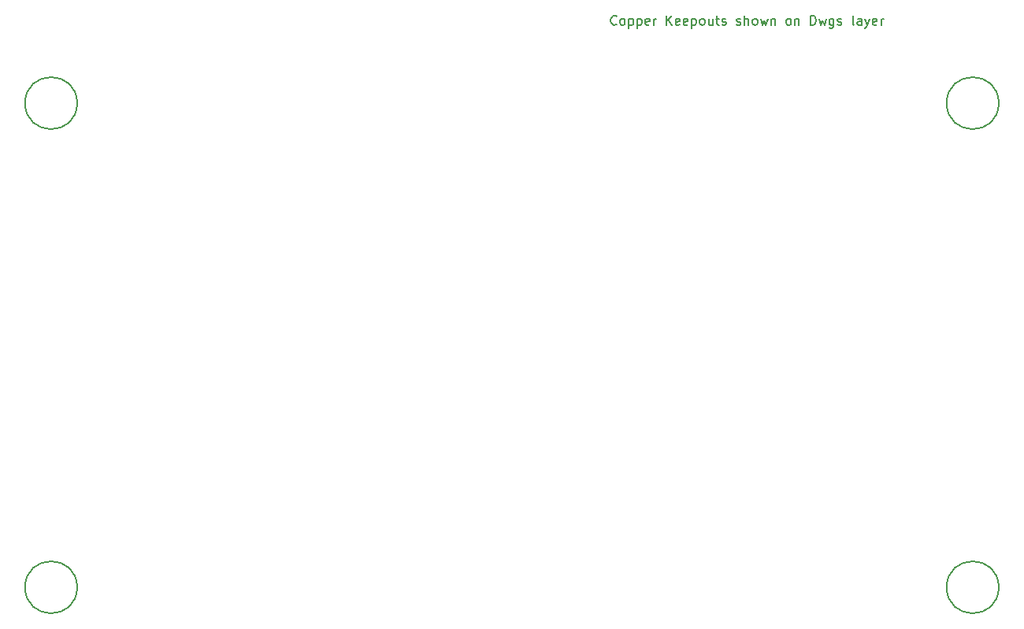
<source format=gbr>
%TF.GenerationSoftware,KiCad,Pcbnew,(6.0.11)*%
%TF.CreationDate,2023-03-20T13:43:10+01:00*%
%TF.ProjectId,Triggerbox_Deluxe,54726967-6765-4726-926f-785f44656c75,rev?*%
%TF.SameCoordinates,Original*%
%TF.FileFunction,Other,Comment*%
%FSLAX46Y46*%
G04 Gerber Fmt 4.6, Leading zero omitted, Abs format (unit mm)*
G04 Created by KiCad (PCBNEW (6.0.11)) date 2023-03-20 13:43:10*
%MOMM*%
%LPD*%
G01*
G04 APERTURE LIST*
%ADD10C,0.150000*%
G04 APERTURE END LIST*
D10*
%TO.C,U2*%
X104717999Y-63121142D02*
X104670380Y-63168761D01*
X104527523Y-63216380D01*
X104432285Y-63216380D01*
X104289428Y-63168761D01*
X104194190Y-63073523D01*
X104146571Y-62978285D01*
X104098952Y-62787809D01*
X104098952Y-62644952D01*
X104146571Y-62454476D01*
X104194190Y-62359238D01*
X104289428Y-62264000D01*
X104432285Y-62216380D01*
X104527523Y-62216380D01*
X104670380Y-62264000D01*
X104717999Y-62311619D01*
X105289428Y-63216380D02*
X105194190Y-63168761D01*
X105146571Y-63121142D01*
X105098952Y-63025904D01*
X105098952Y-62740190D01*
X105146571Y-62644952D01*
X105194190Y-62597333D01*
X105289428Y-62549714D01*
X105432285Y-62549714D01*
X105527523Y-62597333D01*
X105575142Y-62644952D01*
X105622761Y-62740190D01*
X105622761Y-63025904D01*
X105575142Y-63121142D01*
X105527523Y-63168761D01*
X105432285Y-63216380D01*
X105289428Y-63216380D01*
X106051333Y-62549714D02*
X106051333Y-63549714D01*
X106051333Y-62597333D02*
X106146571Y-62549714D01*
X106337047Y-62549714D01*
X106432285Y-62597333D01*
X106479904Y-62644952D01*
X106527523Y-62740190D01*
X106527523Y-63025904D01*
X106479904Y-63121142D01*
X106432285Y-63168761D01*
X106337047Y-63216380D01*
X106146571Y-63216380D01*
X106051333Y-63168761D01*
X106956095Y-62549714D02*
X106956095Y-63549714D01*
X106956095Y-62597333D02*
X107051333Y-62549714D01*
X107241809Y-62549714D01*
X107337047Y-62597333D01*
X107384666Y-62644952D01*
X107432285Y-62740190D01*
X107432285Y-63025904D01*
X107384666Y-63121142D01*
X107337047Y-63168761D01*
X107241809Y-63216380D01*
X107051333Y-63216380D01*
X106956095Y-63168761D01*
X108241809Y-63168761D02*
X108146571Y-63216380D01*
X107956095Y-63216380D01*
X107860857Y-63168761D01*
X107813238Y-63073523D01*
X107813238Y-62692571D01*
X107860857Y-62597333D01*
X107956095Y-62549714D01*
X108146571Y-62549714D01*
X108241809Y-62597333D01*
X108289428Y-62692571D01*
X108289428Y-62787809D01*
X107813238Y-62883047D01*
X108717999Y-63216380D02*
X108717999Y-62549714D01*
X108717999Y-62740190D02*
X108765619Y-62644952D01*
X108813238Y-62597333D01*
X108908476Y-62549714D01*
X109003714Y-62549714D01*
X110098952Y-63216380D02*
X110098952Y-62216380D01*
X110670380Y-63216380D02*
X110241809Y-62644952D01*
X110670380Y-62216380D02*
X110098952Y-62787809D01*
X111479904Y-63168761D02*
X111384666Y-63216380D01*
X111194190Y-63216380D01*
X111098952Y-63168761D01*
X111051333Y-63073523D01*
X111051333Y-62692571D01*
X111098952Y-62597333D01*
X111194190Y-62549714D01*
X111384666Y-62549714D01*
X111479904Y-62597333D01*
X111527523Y-62692571D01*
X111527523Y-62787809D01*
X111051333Y-62883047D01*
X112337047Y-63168761D02*
X112241809Y-63216380D01*
X112051333Y-63216380D01*
X111956095Y-63168761D01*
X111908476Y-63073523D01*
X111908476Y-62692571D01*
X111956095Y-62597333D01*
X112051333Y-62549714D01*
X112241809Y-62549714D01*
X112337047Y-62597333D01*
X112384666Y-62692571D01*
X112384666Y-62787809D01*
X111908476Y-62883047D01*
X112813238Y-62549714D02*
X112813238Y-63549714D01*
X112813238Y-62597333D02*
X112908476Y-62549714D01*
X113098952Y-62549714D01*
X113194190Y-62597333D01*
X113241809Y-62644952D01*
X113289428Y-62740190D01*
X113289428Y-63025904D01*
X113241809Y-63121142D01*
X113194190Y-63168761D01*
X113098952Y-63216380D01*
X112908476Y-63216380D01*
X112813238Y-63168761D01*
X113860857Y-63216380D02*
X113765619Y-63168761D01*
X113717999Y-63121142D01*
X113670380Y-63025904D01*
X113670380Y-62740190D01*
X113717999Y-62644952D01*
X113765619Y-62597333D01*
X113860857Y-62549714D01*
X114003714Y-62549714D01*
X114098952Y-62597333D01*
X114146571Y-62644952D01*
X114194190Y-62740190D01*
X114194190Y-63025904D01*
X114146571Y-63121142D01*
X114098952Y-63168761D01*
X114003714Y-63216380D01*
X113860857Y-63216380D01*
X115051333Y-62549714D02*
X115051333Y-63216380D01*
X114622761Y-62549714D02*
X114622761Y-63073523D01*
X114670380Y-63168761D01*
X114765619Y-63216380D01*
X114908476Y-63216380D01*
X115003714Y-63168761D01*
X115051333Y-63121142D01*
X115384666Y-62549714D02*
X115765619Y-62549714D01*
X115527523Y-62216380D02*
X115527523Y-63073523D01*
X115575142Y-63168761D01*
X115670380Y-63216380D01*
X115765619Y-63216380D01*
X116051333Y-63168761D02*
X116146571Y-63216380D01*
X116337047Y-63216380D01*
X116432285Y-63168761D01*
X116479904Y-63073523D01*
X116479904Y-63025904D01*
X116432285Y-62930666D01*
X116337047Y-62883047D01*
X116194190Y-62883047D01*
X116098952Y-62835428D01*
X116051333Y-62740190D01*
X116051333Y-62692571D01*
X116098952Y-62597333D01*
X116194190Y-62549714D01*
X116337047Y-62549714D01*
X116432285Y-62597333D01*
X117622761Y-63168761D02*
X117717999Y-63216380D01*
X117908476Y-63216380D01*
X118003714Y-63168761D01*
X118051333Y-63073523D01*
X118051333Y-63025904D01*
X118003714Y-62930666D01*
X117908476Y-62883047D01*
X117765619Y-62883047D01*
X117670380Y-62835428D01*
X117622761Y-62740190D01*
X117622761Y-62692571D01*
X117670380Y-62597333D01*
X117765619Y-62549714D01*
X117908476Y-62549714D01*
X118003714Y-62597333D01*
X118479904Y-63216380D02*
X118479904Y-62216380D01*
X118908476Y-63216380D02*
X118908476Y-62692571D01*
X118860857Y-62597333D01*
X118765619Y-62549714D01*
X118622761Y-62549714D01*
X118527523Y-62597333D01*
X118479904Y-62644952D01*
X119527523Y-63216380D02*
X119432285Y-63168761D01*
X119384666Y-63121142D01*
X119337047Y-63025904D01*
X119337047Y-62740190D01*
X119384666Y-62644952D01*
X119432285Y-62597333D01*
X119527523Y-62549714D01*
X119670380Y-62549714D01*
X119765619Y-62597333D01*
X119813238Y-62644952D01*
X119860857Y-62740190D01*
X119860857Y-63025904D01*
X119813238Y-63121142D01*
X119765619Y-63168761D01*
X119670380Y-63216380D01*
X119527523Y-63216380D01*
X120194190Y-62549714D02*
X120384666Y-63216380D01*
X120575142Y-62740190D01*
X120765619Y-63216380D01*
X120956095Y-62549714D01*
X121337047Y-62549714D02*
X121337047Y-63216380D01*
X121337047Y-62644952D02*
X121384666Y-62597333D01*
X121479904Y-62549714D01*
X121622761Y-62549714D01*
X121717999Y-62597333D01*
X121765619Y-62692571D01*
X121765619Y-63216380D01*
X123146571Y-63216380D02*
X123051333Y-63168761D01*
X123003714Y-63121142D01*
X122956095Y-63025904D01*
X122956095Y-62740190D01*
X123003714Y-62644952D01*
X123051333Y-62597333D01*
X123146571Y-62549714D01*
X123289428Y-62549714D01*
X123384666Y-62597333D01*
X123432285Y-62644952D01*
X123479904Y-62740190D01*
X123479904Y-63025904D01*
X123432285Y-63121142D01*
X123384666Y-63168761D01*
X123289428Y-63216380D01*
X123146571Y-63216380D01*
X123908476Y-62549714D02*
X123908476Y-63216380D01*
X123908476Y-62644952D02*
X123956095Y-62597333D01*
X124051333Y-62549714D01*
X124194190Y-62549714D01*
X124289428Y-62597333D01*
X124337047Y-62692571D01*
X124337047Y-63216380D01*
X125575142Y-63216380D02*
X125575142Y-62216380D01*
X125813238Y-62216380D01*
X125956095Y-62264000D01*
X126051333Y-62359238D01*
X126098952Y-62454476D01*
X126146571Y-62644952D01*
X126146571Y-62787809D01*
X126098952Y-62978285D01*
X126051333Y-63073523D01*
X125956095Y-63168761D01*
X125813238Y-63216380D01*
X125575142Y-63216380D01*
X126479904Y-62549714D02*
X126670380Y-63216380D01*
X126860857Y-62740190D01*
X127051333Y-63216380D01*
X127241809Y-62549714D01*
X128051333Y-62549714D02*
X128051333Y-63359238D01*
X128003714Y-63454476D01*
X127956095Y-63502095D01*
X127860857Y-63549714D01*
X127717999Y-63549714D01*
X127622761Y-63502095D01*
X128051333Y-63168761D02*
X127956095Y-63216380D01*
X127765619Y-63216380D01*
X127670380Y-63168761D01*
X127622761Y-63121142D01*
X127575142Y-63025904D01*
X127575142Y-62740190D01*
X127622761Y-62644952D01*
X127670380Y-62597333D01*
X127765619Y-62549714D01*
X127956095Y-62549714D01*
X128051333Y-62597333D01*
X128479904Y-63168761D02*
X128575142Y-63216380D01*
X128765619Y-63216380D01*
X128860857Y-63168761D01*
X128908476Y-63073523D01*
X128908476Y-63025904D01*
X128860857Y-62930666D01*
X128765619Y-62883047D01*
X128622761Y-62883047D01*
X128527523Y-62835428D01*
X128479904Y-62740190D01*
X128479904Y-62692571D01*
X128527523Y-62597333D01*
X128622761Y-62549714D01*
X128765619Y-62549714D01*
X128860857Y-62597333D01*
X130241809Y-63216380D02*
X130146571Y-63168761D01*
X130098952Y-63073523D01*
X130098952Y-62216380D01*
X131051333Y-63216380D02*
X131051333Y-62692571D01*
X131003714Y-62597333D01*
X130908476Y-62549714D01*
X130717999Y-62549714D01*
X130622761Y-62597333D01*
X131051333Y-63168761D02*
X130956095Y-63216380D01*
X130717999Y-63216380D01*
X130622761Y-63168761D01*
X130575142Y-63073523D01*
X130575142Y-62978285D01*
X130622761Y-62883047D01*
X130717999Y-62835428D01*
X130956095Y-62835428D01*
X131051333Y-62787809D01*
X131432285Y-62549714D02*
X131670380Y-63216380D01*
X131908476Y-62549714D02*
X131670380Y-63216380D01*
X131575142Y-63454476D01*
X131527523Y-63502095D01*
X131432285Y-63549714D01*
X132670380Y-63168761D02*
X132575142Y-63216380D01*
X132384666Y-63216380D01*
X132289428Y-63168761D01*
X132241809Y-63073523D01*
X132241809Y-62692571D01*
X132289428Y-62597333D01*
X132384666Y-62549714D01*
X132575142Y-62549714D01*
X132670380Y-62597333D01*
X132717999Y-62692571D01*
X132717999Y-62787809D01*
X132241809Y-62883047D01*
X133146571Y-63216380D02*
X133146571Y-62549714D01*
X133146571Y-62740190D02*
X133194190Y-62644952D01*
X133241809Y-62597333D01*
X133337047Y-62549714D01*
X133432285Y-62549714D01*
%TO.C,H1*%
X46742000Y-123698000D02*
G75*
G03*
X46742000Y-123698000I-2800000J0D01*
G01*
%TO.C,H4*%
X46742000Y-71628000D02*
G75*
G03*
X46742000Y-71628000I-2800000J0D01*
G01*
%TO.C,H3*%
X145802000Y-71628000D02*
G75*
G03*
X145802000Y-71628000I-2800000J0D01*
G01*
%TO.C,H2*%
X145802000Y-123698000D02*
G75*
G03*
X145802000Y-123698000I-2800000J0D01*
G01*
%TD*%
M02*

</source>
